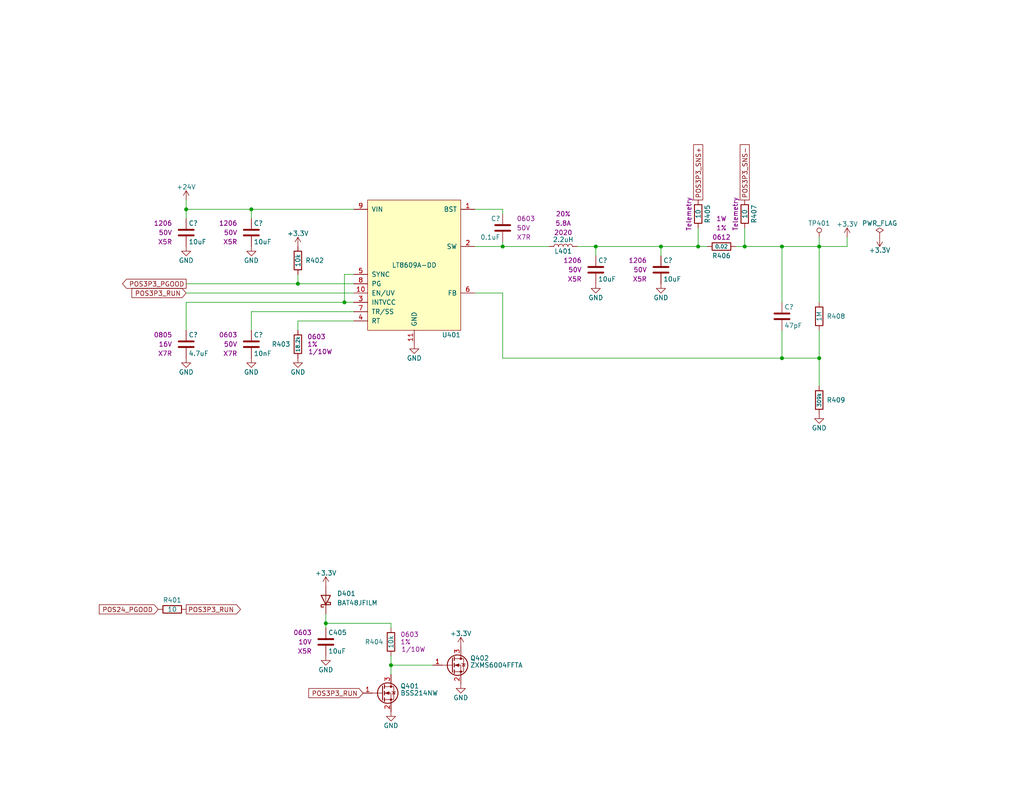
<source format=kicad_sch>
(kicad_sch (version 20230121) (generator eeschema)
  (paper "A")
  (title_block (title "Nixie Clock Redux Core Board") (date "2023-07-30") (rev "B") (company "Drew Maatman"))
  (lib_symbols
    (symbol "Custom Library:C_Custom" (pin_numbers hide) (pin_names (offset 0.254))
      (property "Reference" "C" (at 0.635 2.54 0))
      (property "Value" "C_Custom" (at 0.635 -2.54 0))
      (property "display_footprint" "Foot" (at -3.81 2.54 0))
      (property "Voltage" "V" (at -3.81 0 0))
      (property "Dielectric" "Er" (at -3.81 -2.54 0))
      (symbol "C_Custom_0_1"
        (polyline (pts (xy -2.032 -0.762) (xy 2.032 -0.762)) (stroke (width 0.508)))
        (polyline (pts (xy -2.032 0.762) (xy 2.032 0.762)) (stroke (width 0.508)))
      )
      (symbol "C_Custom_1_1"
        (pin passive line (at 0 3.81 270) (length 2.794) (name "~") (number "1"))
        (pin passive line (at 0 -3.81 90) (length 2.794) (name "~") (number "2"))
      )
    )
    (symbol "Custom Library:LT8609A-DD" (pin_names (offset 1.016))
      (property "Reference" "U" (at 12.7 -19.05 0))
      (property "Value" "LT8609A-DD" (at 0 0 0))
      (symbol "LT8609A-DD_0_1"
        (rectangle (start -12.7 17.78) (end 12.7 -17.78) (fill (type background)))
      )
      (symbol "LT8609A-DD_1_1"
        (pin passive line (at 16.51 15.24 180) (length 3.81) (name "BST") (number "1"))
        (pin passive line (at -16.51 -7.62 0) (length 3.81) (name "EN/UV") (number "10"))
        (pin power_in line (at 0 -21.59 90) (length 3.81) (name "GND") (number "11"))
        (pin passive line (at 16.51 5.08 180) (length 3.81) (name "SW") (number "2"))
        (pin passive line (at -16.51 -10.16 0) (length 3.81) (name "INTVCC") (number "3"))
        (pin passive line (at -16.51 -15.24 0) (length 3.81) (name "RT") (number "4"))
        (pin passive line (at -16.51 -2.54 0) (length 3.81) (name "SYNC") (number "5"))
        (pin passive line (at 16.51 -7.62 180) (length 3.81) (name "FB") (number "6"))
        (pin passive line (at -16.51 -12.7 0) (length 3.81) (name "TR/SS") (number "7"))
        (pin open_collector line (at -16.51 -5.08 0) (length 3.81) (name "PG") (number "8"))
        (pin power_in line (at -16.51 15.24 0) (length 3.81) (name "VIN") (number "9"))
      )
    )
    (symbol "Custom Library:L_Custom" (pin_numbers hide) (pin_names (offset 1.016) hide)
      (property "Reference" "L" (at -1.27 0 90))
      (property "Value" "L_Custom" (at 1.905 0 90))
      (property "display_footprint" "Foot" (at 3.81 0 90))
      (property "Ampacity" "A" (at 6.35 0 90))
      (property "Tolerance" "Tol" (at 8.89 0 90))
      (symbol "L_Custom_0_1"
        (arc (start 0 -2.54) (mid 0.6323 -1.905) (end 0 -1.27))
        (arc (start 0 -1.27) (mid 0.6323 -0.635) (end 0 0))
        (arc (start 0 0) (mid 0.6323 0.635) (end 0 1.27))
        (arc (start 0 1.27) (mid 0.6323 1.905) (end 0 2.54))
      )
      (symbol "L_Custom_1_1"
        (pin passive line (at 0 3.81 270) (length 1.27) (name "1") (number "1"))
        (pin passive line (at 0 -3.81 90) (length 1.27) (name "2") (number "2"))
      )
    )
    (symbol "Custom_Library:C_Custom" (pin_numbers hide) (pin_names (offset 0.254))
      (property "Reference" "C" (at 0.635 2.54 0))
      (property "Value" "Custom_Library_C_Custom" (at 0.635 -2.54 0))
      (property "display_footprint" "Foot" (at -3.81 2.54 0))
      (property "Voltage" "V" (at -3.81 0 0))
      (property "Dielectric" "Er" (at -3.81 -2.54 0))
      (symbol "C_Custom_0_1"
        (polyline (pts (xy -2.032 -0.762) (xy 2.032 -0.762)) (stroke (width 0.508)))
        (polyline (pts (xy -2.032 0.762) (xy 2.032 0.762)) (stroke (width 0.508)))
      )
      (symbol "C_Custom_1_1"
        (pin passive line (at 0 3.81 270) (length 2.794) (name "~") (number "1"))
        (pin passive line (at 0 -3.81 90) (length 2.794) (name "~") (number "2"))
      )
    )
    (symbol "Custom_Library:R_Custom" (pin_numbers hide) (pin_names (offset 1.016) hide)
      (property "Reference" "R" (at -2.54 0 90))
      (property "Value" "Custom_Library_R_Custom" (at 0 0 90))
      (property "display_footprint" "Foot" (at 2.54 0 90))
      (property "Tolerance" "Tol" (at 5.08 0 90))
      (property "Wattage" "W" (at 7.62 0 90))
      (symbol "R_Custom_0_1"
        (rectangle (start 1.016 2.54) (end -1.016 -2.54) (stroke (width 0.254)))
      )
      (symbol "R_Custom_1_1"
        (pin passive line (at 0 3.81 270) (length 1.27) (name "1") (number "1"))
        (pin passive line (at 0 -3.81 90) (length 1.27) (name "2") (number "2"))
      )
    )
    (symbol "Custom_Library:TP" (pin_numbers hide) (pin_names (offset 0) hide)
      (property "Reference" "TP" (at 0 3.81 0))
      (symbol "TP_0_1"
        (polyline (pts (xy 0 0) (xy 0 1.27)))
        (circle (center 0 1.905) (radius 0.635))
      )
      (symbol "TP_1_1"
        (pin passive line (at 0 0 90) (length 0) (name "TP") (number "1"))
      )
    )
    (symbol "Custom_Library:ZXMS6004FFTA" (pin_names hide)
      (property "Reference" "Q" (at 5.08 1.905 0))
      (property "Value" "Custom_Library_ZXMS6004FFTA" (at 5.08 0 0))
      (symbol "ZXMS6004FFTA_0_1"
        (polyline (pts (xy 0.254 0) (xy -2.54 0)))
        (polyline (pts (xy 0.254 1.905) (xy 0.254 -1.905)) (stroke (width 0.254)))
        (polyline (pts (xy 0.762 -1.27) (xy 0.762 -2.286)) (stroke (width 0.254)))
        (polyline (pts (xy 0.762 0.508) (xy 0.762 -0.508)) (stroke (width 0.254)))
        (polyline (pts (xy 0.762 2.286) (xy 0.762 1.27)) (stroke (width 0.254)))
        (polyline (pts (xy 2.54 2.54) (xy 2.54 1.778)))
        (polyline (pts (xy 2.54 -2.54) (xy 2.54 0) (xy 0.762 0)))
        (polyline (pts (xy 0.762 -1.778) (xy 3.302 -1.778) (xy 3.302 1.778) (xy 0.762 1.778)))
        (polyline (pts (xy 1.016 0) (xy 2.032 0.381) (xy 2.032 -0.381) (xy 1.016 0)) (fill (type outline)))
        (polyline (pts (xy 2.794 0.508) (xy 2.921 0.381) (xy 3.683 0.381) (xy 3.81 0.254)))
        (polyline (pts (xy 3.302 0.381) (xy 2.921 -0.254) (xy 3.683 -0.254) (xy 3.302 0.381)))
        (circle (center 1.651 0) (radius 2.794) (stroke (width 0.254)))
        (circle (center 2.54 -1.778) (radius 0.254) (fill (type outline)))
        (circle (center 2.54 1.778) (radius 0.254) (fill (type outline)))
      )
      (symbol "ZXMS6004FFTA_1_1"
        (pin input line (at -5.08 0 0) (length 2.54) (name "G") (number "1"))
        (pin passive line (at 2.54 -5.08 90) (length 2.54) (name "S") (number "2"))
        (pin passive line (at 2.54 5.08 270) (length 2.54) (name "D") (number "3"))
      )
    )
    (symbol "Diode:BAT48JFILM" (pin_numbers hide) (pin_names (offset 1.016) hide)
      (property "Reference" "D" (at 0 2.54 0))
      (property "Value" "BAT48JFILM" (at 0 -2.54 0))
      (symbol "BAT48JFILM_0_1"
        (polyline (pts (xy 1.27 0) (xy -1.27 0)))
        (polyline (pts (xy 1.27 1.27) (xy 1.27 -1.27) (xy -1.27 0) (xy 1.27 1.27)) (stroke (width 0.254)))
        (polyline (pts (xy -1.905 0.635) (xy -1.905 1.27) (xy -1.27 1.27) (xy -1.27 -1.27) (xy -0.635 -1.27) (xy -0.635 -0.635)) (stroke (width 0.254)))
      )
      (symbol "BAT48JFILM_1_1"
        (pin passive line (at -3.81 0 0) (length 2.54) (name "K") (number "1"))
        (pin passive line (at 3.81 0 180) (length 2.54) (name "A") (number "2"))
      )
    )
    (symbol "Nixie-Clock-rescue:GND" (power) (pin_names (offset 0))
      (property "Value" "GND" (at 0 -3.81 0))
      (symbol "GND_0_1"
        (polyline (pts (xy 0 0) (xy 0 -1.27) (xy 1.27 -1.27) (xy 0 -2.54) (xy -1.27 -1.27) (xy 0 -1.27)))
      )
      (symbol "GND_1_1"
        (pin power_in line (at 0 0 270) (length 0) hide (name "GND") (number "1"))
      )
    )
    (symbol "Transistor_FET:BSS214NW" (pin_names hide)
      (property "Reference" "Q" (at 5.08 1.905 0))
      (property "Value" "BSS214NW" (at 5.08 0 0))
      (symbol "BSS214NW_0_1"
        (polyline (pts (xy 0.254 0) (xy -2.54 0)))
        (polyline (pts (xy 0.254 1.905) (xy 0.254 -1.905)) (stroke (width 0.254)))
        (polyline (pts (xy 0.762 -1.27) (xy 0.762 -2.286)) (stroke (width 0.254)))
        (polyline (pts (xy 0.762 0.508) (xy 0.762 -0.508)) (stroke (width 0.254)))
        (polyline (pts (xy 0.762 2.286) (xy 0.762 1.27)) (stroke (width 0.254)))
        (polyline (pts (xy 2.54 2.54) (xy 2.54 1.778)))
        (polyline (pts (xy 2.54 -2.54) (xy 2.54 0) (xy 0.762 0)))
        (polyline (pts (xy 0.762 -1.778) (xy 3.302 -1.778) (xy 3.302 1.778) (xy 0.762 1.778)))
        (polyline (pts (xy 1.016 0) (xy 2.032 0.381) (xy 2.032 -0.381) (xy 1.016 0)) (fill (type outline)))
        (polyline (pts (xy 2.794 0.508) (xy 2.921 0.381) (xy 3.683 0.381) (xy 3.81 0.254)))
        (polyline (pts (xy 3.302 0.381) (xy 2.921 -0.254) (xy 3.683 -0.254) (xy 3.302 0.381)))
        (circle (center 1.651 0) (radius 2.794) (stroke (width 0.254)))
        (circle (center 2.54 -1.778) (radius 0.254) (fill (type outline)))
        (circle (center 2.54 1.778) (radius 0.254) (fill (type outline)))
      )
      (symbol "BSS214NW_1_1"
        (pin input line (at -5.08 0 0) (length 2.54) (name "G") (number "1"))
        (pin passive line (at 2.54 -5.08 90) (length 2.54) (name "S") (number "2"))
        (pin passive line (at 2.54 5.08 270) (length 2.54) (name "D") (number "3"))
      )
    )
    (symbol "power:+24V" (power) (pin_names (offset 0))
      (property "Value" "+24V" (at 0 3.556 0))
      (symbol "+24V_0_1"
        (polyline (pts (xy -0.762 1.27) (xy 0 2.54)))
        (polyline (pts (xy 0 0) (xy 0 2.54)))
        (polyline (pts (xy 0 2.54) (xy 0.762 1.27)))
      )
      (symbol "+24V_1_1"
        (pin power_in line (at 0 0 90) (length 0) hide (name "+24V") (number "1"))
      )
    )
    (symbol "power:+3.3V" (power) (pin_names (offset 0))
      (property "Value" "+3.3V" (at 0 3.556 0))
      (symbol "+3.3V_0_1"
        (polyline (pts (xy -0.762 1.27) (xy 0 2.54)))
        (polyline (pts (xy 0 0) (xy 0 2.54)))
        (polyline (pts (xy 0 2.54) (xy 0.762 1.27)))
      )
      (symbol "+3.3V_1_1"
        (pin power_in line (at 0 0 90) (length 0) hide (name "+3.3V") (number "1"))
      )
    )
    (symbol "power:GND" (power) (pin_names (offset 0))
      (property "Value" "GND" (at 0 -3.81 0))
      (symbol "GND_0_1"
        (polyline (pts (xy 0 0) (xy 0 -1.27) (xy 1.27 -1.27) (xy 0 -2.54) (xy -1.27 -1.27) (xy 0 -1.27)))
      )
      (symbol "GND_1_1"
        (pin power_in line (at 0 0 270) (length 0) hide (name "GND") (number "1"))
      )
    )
    (symbol "power:PWR_FLAG" (power) (pin_numbers hide) (pin_names (offset 0) hide)
      (property "Value" "PWR_FLAG" (at 0 3.81 0))
      (symbol "PWR_FLAG_0_0"
        (pin power_out line (at 0 0 90) (length 0) (name "pwr") (number "1"))
      )
      (symbol "PWR_FLAG_0_1"
        (polyline (pts (xy 0 0) (xy 0 1.27) (xy -1.016 1.905) (xy 0 2.54) (xy 1.016 1.905) (xy 0 1.27)))
      )
    )
  )
  (junction (at 68.58 57.15))
  (junction (at 203.2 67.31))
  (junction (at 162.56 67.31))
  (junction (at 223.52 97.79))
  (junction (at 88.9 170.18))
  (junction (at 190.5 67.31))
  (junction (at 213.36 67.31))
  (junction (at 213.36 97.79))
  (junction (at 137.16 67.31))
  (junction (at 93.98 82.55))
  (junction (at 106.68 181.61))
  (junction (at 180.34 67.31))
  (junction (at 81.28 77.47))
  (junction (at 223.52 67.31))
  (junction (at 50.8 57.15))
  (wire (pts (xy 118.11 181.61) (xy 106.68 181.61)))
  (wire (pts (xy 180.34 67.31) (xy 180.34 69.85)))
  (wire (pts (xy 129.54 67.31) (xy 137.16 67.31)))
  (wire (pts (xy 96.52 85.09) (xy 68.58 85.09)))
  (wire (pts (xy 68.58 57.15) (xy 50.8 57.15)))
  (wire (pts (xy 223.52 90.17) (xy 223.52 97.79)))
  (wire (pts (xy 162.56 67.31) (xy 162.56 69.85)))
  (wire (pts (xy 137.16 58.42) (xy 137.16 57.15)))
  (wire (pts (xy 50.8 57.15) (xy 50.8 59.69)))
  (wire (pts (xy 106.68 170.18) (xy 88.9 170.18)))
  (wire (pts (xy 106.68 181.61) (xy 106.68 184.15)))
  (wire (pts (xy 50.8 77.47) (xy 81.28 77.47)))
  (wire (pts (xy 96.52 74.93) (xy 93.98 74.93)))
  (wire (pts (xy 106.68 171.45) (xy 106.68 170.18)))
  (wire (pts (xy 96.52 87.63) (xy 81.28 87.63)))
  (wire (pts (xy 223.52 97.79) (xy 223.52 105.41)))
  (wire (pts (xy 190.5 62.23) (xy 190.5 67.31)))
  (wire (pts (xy 137.16 57.15) (xy 129.54 57.15)))
  (wire (pts (xy 137.16 80.01) (xy 129.54 80.01)))
  (wire (pts (xy 81.28 87.63) (xy 81.28 90.17)))
  (wire (pts (xy 180.34 67.31) (xy 190.5 67.31)))
  (wire (pts (xy 88.9 167.64) (xy 88.9 170.18)))
  (wire (pts (xy 203.2 67.31) (xy 213.36 67.31)))
  (wire (pts (xy 162.56 67.31) (xy 180.34 67.31)))
  (wire (pts (xy 68.58 57.15) (xy 96.52 57.15)))
  (wire (pts (xy 213.36 67.31) (xy 223.52 67.31)))
  (wire (pts (xy 137.16 67.31) (xy 149.86 67.31)))
  (wire (pts (xy 203.2 62.23) (xy 203.2 67.31)))
  (wire (pts (xy 213.36 67.31) (xy 213.36 82.55)))
  (wire (pts (xy 96.52 82.55) (xy 93.98 82.55)))
  (wire (pts (xy 137.16 97.79) (xy 137.16 80.01)))
  (wire (pts (xy 190.5 67.31) (xy 193.04 67.31)))
  (wire (pts (xy 93.98 82.55) (xy 50.8 82.55)))
  (wire (pts (xy 81.28 77.47) (xy 96.52 77.47)))
  (wire (pts (xy 50.8 80.01) (xy 96.52 80.01)))
  (wire (pts (xy 213.36 90.17) (xy 213.36 97.79)))
  (wire (pts (xy 81.28 74.93) (xy 81.28 77.47)))
  (wire (pts (xy 50.8 82.55) (xy 50.8 90.17)))
  (wire (pts (xy 223.52 67.31) (xy 223.52 82.55)))
  (wire (pts (xy 106.68 179.07) (xy 106.68 181.61)))
  (wire (pts (xy 50.8 54.61) (xy 50.8 57.15)))
  (wire (pts (xy 200.66 67.31) (xy 203.2 67.31)))
  (wire (pts (xy 68.58 57.15) (xy 68.58 59.69)))
  (wire (pts (xy 213.36 97.79) (xy 223.52 97.79)))
  (wire (pts (xy 93.98 74.93) (xy 93.98 82.55)))
  (wire (pts (xy 157.48 67.31) (xy 162.56 67.31)))
  (wire (pts (xy 137.16 97.79) (xy 213.36 97.79)))
  (wire (pts (xy 231.14 64.77) (xy 231.14 67.31)))
  (wire (pts (xy 88.9 170.18) (xy 88.9 171.45)))
  (wire (pts (xy 223.52 67.31) (xy 231.14 67.31)))
  (wire (pts (xy 68.58 85.09) (xy 68.58 90.17)))
  (wire (pts (xy 137.16 67.31) (xy 137.16 66.04)))
  (wire (pts (xy 223.52 64.77) (xy 223.52 67.31)))
  (global_label "POS3P3_RUN" (shape input) (at 50.8 80.01 180) (property "Intersheetrefs" "${INTERSHEET_REFS}" (at 35.4966 80.01 0) (effects (justify right))))
  (global_label "POS3P3_PGOOD" (shape output) (at 50.8 77.47 180) (property "Intersheetrefs" "${INTERSHEET_REFS}" (at 32.9566 77.47 0) (effects (justify right))))
  (global_label "POS24_PGOOD" (shape input) (at 43.18 166.37 180) (property "Intersheetrefs" "${INTERSHEET_REFS}" (at 26.6066 166.37 0) (effects (justify right))))
  (global_label "POS3P3_RUN" (shape input) (at 99.06 189.23 180) (property "Intersheetrefs" "${INTERSHEET_REFS}" (at 83.7566 189.23 0) (effects (justify right))))
  (global_label "POS3P3_SNS-" (shape passive) (at 203.2 54.61 90) (property "Intersheetrefs" "${INTERSHEET_REFS}" (at 203.2 39.027 90) (effects (justify left))))
  (global_label "POS3P3_RUN" (shape output) (at 50.8 166.37 0) (property "Intersheetrefs" "${INTERSHEET_REFS}" (at 66.1034 166.37 0) (effects (justify left))))
  (global_label "POS3P3_SNS+" (shape passive) (at 190.5 54.61 90) (property "Intersheetrefs" "${INTERSHEET_REFS}" (at 190.5 39.027 90) (effects (justify left))))
  (symbol (lib_id "Custom_Library:R_Custom") (at 106.68 175.26 0) (unit 1)
    (property "Reference" "R404" (at 104.648 175.26 0) (effects (justify right)))
    (property "Value" "10k" (at 106.68 175.26 90))
    (property "Footprint" "Resistors_SMD:R_0603" (effects hide))
    (property "display_footprint" "0603" (at 109.22 173.228 0) (effects (justify left)))
    (property "Tolerance" "1%" (at 109.22 175.26 0) (effects (justify left)))
    (property "Wattage" "1/10W" (at 109.474 177.292 0) (effects (justify left)))
    (property "Digi-Key PN" "541-10.0KHCT-ND" (effects hide))
    (instances (project "Nixie_Clock_Core" (path "" (reference "R404") (unit 1))) (project "LED_Panel_Controller" (path "" (reference "R?") (unit 1)) (path "" (reference "R?") (unit 1)) (path "" (reference "R?") (unit 1)) (path "" (reference "R?") (unit 1)) (path "" (reference "R?") (unit 1)) (path "" (reference "R?") (unit 1)) (path "" (reference "R?") (unit 1)) (path "" (reference "R?") (unit 1)) (path "" (reference "R?") (unit 1)) (path "" (reference "R?") (unit 1)) (path "" (reference "R?") (unit 1))))
  )
  (symbol (lib_id "Diode:BAT48JFILM") (at 88.9 163.83 90) (unit 1)
    (property "Reference" "D401" (at 91.948 162.052 90) (effects (justify right)))
    (property "Value" "BAT48JFILM" (at 91.948 164.592 90) (effects (justify right)))
    (property "Footprint" "Diode_SMD:D_SOD-323" (effects hide))
    (property "Datasheet" "www.st.com/resource/en/datasheet/bat48.pdf" (effects hide))
    (property "Digi-Key PN" "497-5711-1-ND" (effects hide))
    (instances (project "Nixie_Clock_Core" (path "" (reference "D401") (unit 1))) (project "LED_Panel_Controller" (path "" (reference "D?") (unit 1)) (path "" (reference "D?") (unit 1))))
  )
  (symbol (lib_id "Custom_Library:C_Custom") (at 88.9 175.26 0) (unit 1)
    (property "Reference" "C405" (at 89.535 172.72 0) (effects (justify left)))
    (property "Value" "10uF" (at 89.535 177.8 0) (effects (justify left)))
    (property "Footprint" "Capacitors_SMD:C_0603" (effects hide))
    (property "display_footprint" "0603" (at 85.09 172.72 0) (effects (justify right)))
    (property "Voltage" "10V" (at 85.09 175.26 0) (effects (justify right)))
    (property "Dielectric" "X5R" (at 85.09 177.8 0) (effects (justify right)))
    (property "Digi-Key PN" "1276-1871-1-ND" (effects hide))
    (instances (project "Nixie_Clock_Core" (path "" (reference "C405") (unit 1))) (project "LED_Panel_Controller" (path "" (reference "C?") (unit 1)) (path "" (reference "C?") (unit 1)) (path "" (reference "C?") (unit 1)) (path "" (reference "C?") (unit 1)) (path "" (reference "C?") (unit 1)) (path "" (reference "C?") (unit 1)) (path "" (reference "C?") (unit 1)) (path "" (reference "C?") (unit 1)) (path "" (reference "C?") (unit 1)) (path "" (reference "C?") (unit 1)) (path "" (reference "C?") (unit 1))))
  )
  (symbol (lib_id "power:+3.3V") (at 125.73 176.53 0) (unit 1)
    (property "Reference" "#PWR0414" (effects hide))
    (property "Value" "+3.3V" (at 125.73 172.974 0))
    (instances (project "Nixie_Clock_Core" (path "" (reference "#PWR0414") (unit 1))) (project "LED_Panel_Controller" (path "" (reference "#PWR?") (unit 1)) (path "" (reference "#PWR?") (unit 1))))
  )
  (symbol (lib_id "Custom Library:C_Custom") (at 162.56 73.66 0) (unit 1)
    (property "Reference" "C?" (at 163.195 71.12 0) (effects (justify left)))
    (property "Value" "10uF" (at 163.195 76.2 0) (effects (justify left)))
    (property "Footprint" "Capacitors_SMD:C_1206" (effects hide))
    (property "display_footprint" "1206" (at 158.75 71.12 0) (effects (justify right)))
    (property "Voltage" "50V" (at 158.75 73.66 0) (effects (justify right)))
    (property "Dielectric" "X5R" (at 158.75 76.2 0) (effects (justify right)))
    (property "Digi-Key PN" "1276-6767-1-ND" (effects hide))
    (instances (project "Nixie_Clock_Core" (path "" (reference "C?") (unit 1)) (path "" (reference "C407") (unit 1))))
  )
  (symbol (lib_id "power:GND") (at 68.58 97.79 0) (unit 1)
    (property "Reference" "#PWR0403" (effects hide))
    (property "Value" "GND" (at 68.58 101.6 0))
  )
  (symbol (lib_id "Custom Library:L_Custom") (at 153.67 67.31 90) (unit 1)
    (property "Reference" "L401" (at 153.67 68.58 90))
    (property "Value" "2.2uH" (at 153.67 65.405 90))
    (property "Footprint" "Inductor_SMD:L_Vishay_IHLP-2020" (effects hide))
    (property "display_footprint" "2020" (at 153.67 63.5 90))
    (property "Ampacity" "5.8A" (at 153.67 60.96 90))
    (property "Tolerance" "20%" (at 153.67 58.42 90))
    (property "Digi-Key PN" "541-1268-1-ND" (effects hide))
  )
  (symbol (lib_id "power:GND") (at 125.73 186.69 0) (unit 1)
    (property "Reference" "#PWR0415" (effects hide))
    (property "Value" "GND" (at 125.73 190.5 0))
    (instances (project "Nixie_Clock_Core" (path "" (reference "#PWR0415") (unit 1))) (project "LED_Panel_Controller" (path "" (reference "#PWR?") (unit 1)) (path "" (reference "#PWR?") (unit 1))))
  )
  (symbol (lib_id "Custom_Library:R_Custom") (at 223.52 86.36 0) (mirror y) (unit 1)
    (property "Reference" "R408" (at 225.552 86.36 0) (effects (justify right)))
    (property "Value" "1M" (at 223.52 86.36 90))
    (property "Footprint" "Resistors_SMD:R_0603" (effects hide))
    (property "display_footprint" "0603" (effects hide))
    (property "Tolerance" "1%" (effects hide))
    (property "Wattage" "1/10W" (effects hide))
    (property "Digi-Key PN" "541-1.00MHCT-ND" (effects hide))
    (instances (project "Nixie_Clock_Core" (path "" (reference "R408") (unit 1))) (project "LED_Panel_Controller" (path "" (reference "R?") (unit 1)) (path "" (reference "R?") (unit 1)) (path "" (reference "R?") (unit 1)) (path "" (reference "R?") (unit 1)) (path "" (reference "R?") (unit 1)) (path "" (reference "R?") (unit 1)) (path "" (reference "R?") (unit 1)) (path "" (reference "R?") (unit 1)) (path "" (reference "R?") (unit 1)) (path "" (reference "R?") (unit 1)) (path "" (reference "R?") (unit 1))))
  )
  (symbol (lib_id "Custom_Library:R_Custom") (at 190.5 58.42 0) (mirror y) (unit 1)
    (property "Reference" "R405" (at 193.04 58.42 90))
    (property "Value" "10" (at 190.5 58.42 90))
    (property "Footprint" "Resistors_SMD:R_0603" (effects hide))
    (property "display_footprint" "0603" (effects hide))
    (property "Tolerance" "1%" (effects hide))
    (property "Wattage" "1/10W" (effects hide))
    (property "Digi-Key PN" "541-10.0HCT-ND" (effects hide))
    (property "Configuration" "Telemetry" (at 187.96 58.42 90))
    (instances (project "Nixie_Clock_Core" (path "" (reference "R405") (unit 1))) (project "LED_Panel_Controller" (path "" (reference "R?") (unit 1)) (path "" (reference "R?") (unit 1)) (path "" (reference "R?") (unit 1)) (path "" (reference "R?") (unit 1)) (path "" (reference "R?") (unit 1)) (path "" (reference "R?") (unit 1))))
  )
  (symbol (lib_id "Nixie-Clock-rescue:GND") (at 68.58 67.31 0) (unit 1)
    (property "Reference" "#PWR?" (effects hide))
    (property "Value" "GND" (at 68.58 71.12 0))
    (instances (project "Nixie_Clock_Core" (path "" (reference "#PWR?") (unit 1)) (path "" (reference "#PWR0405") (unit 1))) (project "Nixie Clock" (path "" (reference "#PWR?") (unit 1))))
  )
  (symbol (lib_id "Custom_Library:C_Custom") (at 68.58 93.98 0) (unit 1)
    (property "Reference" "C?" (at 69.215 91.44 0) (effects (justify left)))
    (property "Value" "10nF" (at 69.215 96.52 0) (effects (justify left)))
    (property "Footprint" "Capacitors_SMD:C_0603" (effects hide))
    (property "display_footprint" "0603" (at 64.77 91.44 0) (effects (justify right)))
    (property "Voltage" "50V" (at 64.77 93.98 0) (effects (justify right)))
    (property "Dielectric" "X7R" (at 64.77 96.52 0) (effects (justify right)))
    (property "Digi-Key PN" "1276-1009-1-ND" (effects hide))
    (instances (project "Nixie_Clock_Core" (path "" (reference "C?") (unit 1)) (path "" (reference "C?") (unit 1)) (path "" (reference "C404") (unit 1))) (project "LED_Panel_Controller" (path "" (reference "C?") (unit 1)) (path "" (reference "C?") (unit 1)) (path "" (reference "C?") (unit 1)) (path "" (reference "C?") (unit 1)) (path "" (reference "C?") (unit 1)) (path "" (reference "C?") (unit 1)) (path "" (reference "C?") (unit 1)) (path "" (reference "C?") (unit 1)) (path "" (reference "C?") (unit 1))))
  )
  (symbol (lib_id "Custom_Library:R_Custom") (at 81.28 93.98 0) (unit 1)
    (property "Reference" "R403" (at 79.248 93.98 0) (effects (justify right)))
    (property "Value" "18.2k" (at 81.28 93.98 90) (effects (font (size 1.016 1.016))))
    (property "Footprint" "Resistors_SMD:R_0603" (effects hide))
    (property "display_footprint" "0603" (at 83.82 91.948 0) (effects (justify left)))
    (property "Tolerance" "1%" (at 83.82 93.98 0) (effects (justify left)))
    (property "Wattage" "1/10W" (at 84.074 96.012 0) (effects (justify left)))
    (property "Digi-Key PN" "541-18.2KHCT-ND" (effects hide))
    (instances (project "Nixie_Clock_Core" (path "" (reference "R403") (unit 1))) (project "LED_Panel_Controller" (path "" (reference "R?") (unit 1)) (path "" (reference "R?") (unit 1)) (path "" (reference "R?") (unit 1)) (path "" (reference "R?") (unit 1)) (path "" (reference "R?") (unit 1)) (path "" (reference "R?") (unit 1)) (path "" (reference "R?") (unit 1)) (path "" (reference "R?") (unit 1)) (path "" (reference "R?") (unit 1)) (path "" (reference "R?") (unit 1)) (path "" (reference "R?") (unit 1))))
  )
  (symbol (lib_id "Transistor_FET:BSS214NW") (at 104.14 189.23 0) (unit 1)
    (property "Reference" "Q401" (at 109.22 187.325 0) (effects (justify left)))
    (property "Value" "BSS214NW" (at 109.22 189.23 0) (effects (justify left)))
    (property "Footprint" "Package_TO_SOT_SMD:SOT-323_SC-70" (effects hide))
    (property "Datasheet" "https://www.infineon.com/dgdl/Infineon-BSS214NW-DS-v02_02-en.pdf?fileId=db3a30431b3e89eb011b695aebc01bde" (effects hide))
    (property "Digi-Key PN" "BSS214NWH6327XTSA1CT-ND" (effects hide))
    (instances (project "Nixie_Clock_Core" (path "" (reference "Q401") (unit 1))) (project "LED_Panel_Controller" (path "" (reference "Q?") (unit 1)) (path "" (reference "Q?") (unit 1))))
  )
  (symbol (lib_id "power:GND") (at 88.9 179.07 0) (unit 1)
    (property "Reference" "#PWR0412" (effects hide))
    (property "Value" "GND" (at 88.9 182.88 0))
    (instances (project "Nixie_Clock_Core" (path "" (reference "#PWR0412") (unit 1))) (project "LED_Panel_Controller" (path "" (reference "#PWR?") (unit 1)) (path "" (reference "#PWR?") (unit 1))))
  )
  (symbol (lib_id "power:+3.3V") (at 88.9 160.02 0) (unit 1)
    (property "Reference" "#PWR0411" (effects hide))
    (property "Value" "+3.3V" (at 88.9 156.464 0))
    (instances (project "Nixie_Clock_Core" (path "" (reference "#PWR0411") (unit 1))) (project "LED_Panel_Controller" (path "" (reference "#PWR?") (unit 1)) (path "" (reference "#PWR?") (unit 1))))
  )
  (symbol (lib_id "power:GND") (at 106.68 194.31 0) (unit 1)
    (property "Reference" "#PWR0413" (effects hide))
    (property "Value" "GND" (at 106.68 198.12 0))
    (instances (project "Nixie_Clock_Core" (path "" (reference "#PWR0413") (unit 1))) (project "LED_Panel_Controller" (path "" (reference "#PWR?") (unit 1)) (path "" (reference "#PWR?") (unit 1))))
  )
  (symbol (lib_id "Custom_Library:C_Custom") (at 50.8 93.98 0) (unit 1)
    (property "Reference" "C?" (at 51.435 91.44 0) (effects (justify left)))
    (property "Value" "4.7uF" (at 51.435 96.52 0) (effects (justify left)))
    (property "Footprint" "Capacitors_SMD:C_0805" (effects hide))
    (property "display_footprint" "0805" (at 46.99 91.44 0) (effects (justify right)))
    (property "Voltage" "16V" (at 46.99 93.98 0) (effects (justify right)))
    (property "Dielectric" "X7R" (at 46.99 96.52 0) (effects (justify right)))
    (property "Digi-Key PN" "1276-2970-1-ND" (effects hide))
    (instances (project "VFD_Clock" (path "" (reference "C?") (unit 1)) (path "" (reference "C?") (unit 1)) (path "" (reference "C?") (unit 1))) (project "Nixie_Clock_Core" (path "" (reference "C?") (unit 1)) (path "" (reference "C402") (unit 1))))
  )
  (symbol (lib_id "power:+3.3V") (at 231.14 64.77 0) (unit 1)
    (property "Reference" "#PWR0417" (effects hide))
    (property "Value" "+3.3V" (at 231.14 61.214 0))
    (instances (project "Nixie_Clock_Core" (path "" (reference "#PWR0417") (unit 1))) (project "LED_Panel_Controller" (path "" (reference "#PWR?") (unit 1)) (path "" (reference "#PWR?") (unit 1)) (path "" (reference "#PWR?") (unit 1)) (path "" (reference "#PWR?") (unit 1)) (path "" (reference "#PWR?") (unit 1))))
  )
  (symbol (lib_id "Custom_Library:R_Custom") (at 196.85 67.31 90) (unit 1)
    (property "Reference" "R406" (at 196.85 69.85 90))
    (property "Value" "0.02" (at 196.85 67.31 90) (effects (font (size 1.016 1.016))))
    (property "Footprint" "Resistors_SMD:R_0612" (effects hide))
    (property "Digi-Key PN" "P16010CT-ND" (effects hide))
    (property "display_footprint" "0612" (at 196.85 64.77 90))
    (property "Tolerance" "1%" (at 196.85 62.23 90))
    (property "Wattage" "1W" (at 196.85 59.69 90))
    (instances (project "Nixie_Clock_Core" (path "" (reference "R406") (unit 1))) (project "LED_Panel_Controller" (path "" (reference "R?") (unit 1)) (path "" (reference "R?") (unit 1)) (path "" (reference "R?") (unit 1)) (path "" (reference "R?") (unit 1)) (path "" (reference "R?") (unit 1)) (path "" (reference "R?") (unit 1))))
  )
  (symbol (lib_id "Custom_Library:C_Custom") (at 213.36 86.36 0) (unit 1)
    (property "Reference" "C?" (at 213.995 83.82 0) (effects (justify left)))
    (property "Value" "47pF" (at 213.995 88.9 0) (effects (justify left)))
    (property "Footprint" "Capacitors_SMD:C_0603" (effects hide))
    (property "display_footprint" "0603" (effects hide))
    (property "Voltage" "50V" (effects hide))
    (property "Dielectric" "NP0" (effects hide))
    (property "Digi-Key PN" "13-CC0603JPNPO9BN470CT-ND" (effects hide))
    (instances (project "Analog_Clock" (path "" (reference "C?") (unit 1))) (project "Nixie_Clock_Core" (path "" (reference "C?") (unit 1)) (path "" (reference "C409") (unit 1))))
  )
  (symbol (lib_id "power:+3.3V") (at 240.03 64.77 180) (unit 1)
    (property "Reference" "#PWR0418" (effects hide))
    (property "Value" "+3.3V" (at 240.03 68.326 0))
    (instances (project "Nixie_Clock_Core" (path "" (reference "#PWR0418") (unit 1))) (project "LED_Panel_Controller" (path "" (reference "#PWR?") (unit 1)) (path "" (reference "#PWR?") (unit 1)) (path "" (reference "#PWR?") (unit 1)) (path "" (reference "#PWR?") (unit 1)) (path "" (reference "#PWR?") (unit 1))))
  )
  (symbol (lib_id "Custom_Library:C_Custom") (at 137.16 62.23 0) (mirror y) (unit 1)
    (property "Reference" "C?" (at 136.525 59.69 0) (effects (justify left)))
    (property "Value" "0.1uF" (at 136.525 64.77 0) (effects (justify left)))
    (property "Footprint" "Capacitors_SMD:C_0603" (effects hide))
    (property "Digi-Key PN" "1276-1935-1-ND" (effects hide))
    (property "display_footprint" "0603" (at 140.97 59.69 0) (effects (justify right)))
    (property "Voltage" "50V" (at 140.97 62.23 0) (effects (justify right)))
    (property "Dielectric" "X7R" (at 140.97 64.77 0) (effects (justify right)))
    (instances (project "Analog_Clock" (path "" (reference "C?") (unit 1)) (path "" (reference "C?") (unit 1)) (path "" (reference "C?") (unit 1)) (path "" (reference "C?") (unit 1)) (path "" (reference "C?") (unit 1))) (project "Nixie_Clock_Core" (path "" (reference "C?") (unit 1)) (path "" (reference "C?") (unit 1)) (path "" (reference "C406") (unit 1))))
  )
  (symbol (lib_id "Custom Library:LT8609A-DD") (at 113.03 72.39 0) (unit 1)
    (property "Reference" "U401" (at 125.73 91.44 0) (effects (justify right)))
    (property "Value" "LT8609A-DD" (at 113.03 72.39 0))
    (property "Footprint" "Housings_DFN_QFN:DFN-10-1EP_3x3mm_Pitch0.5mm" (effects hide))
    (property "Digi-Key PN" "505-LT8609AEDDM#TRPBFCT-ND" (effects hide))
  )
  (symbol (lib_id "Custom Library:C_Custom") (at 68.58 63.5 0) (unit 1)
    (property "Reference" "C?" (at 69.215 60.96 0) (effects (justify left)))
    (property "Value" "10uF" (at 69.215 66.04 0) (effects (justify left)))
    (property "Footprint" "Capacitors_SMD:C_1206" (effects hide))
    (property "display_footprint" "1206" (at 64.77 60.96 0) (effects (justify right)))
    (property "Voltage" "50V" (at 64.77 63.5 0) (effects (justify right)))
    (property "Dielectric" "X5R" (at 64.77 66.04 0) (effects (justify right)))
    (property "Digi-Key PN" "1276-6767-1-ND" (effects hide))
    (instances (project "Nixie_Clock_Core" (path "" (reference "C?") (unit 1)) (path "" (reference "C403") (unit 1))))
  )
  (symbol (lib_id "Nixie-Clock-rescue:GND") (at 180.34 77.47 0) (unit 1)
    (property "Reference" "#PWR?" (effects hide))
    (property "Value" "GND" (at 180.34 81.28 0))
    (instances (project "Nixie_Clock_Core" (path "" (reference "#PWR?") (unit 1)) (path "" (reference "#PWR0410") (unit 1))) (project "Nixie Clock" (path "" (reference "#PWR?") (unit 1))))
  )
  (symbol (lib_id "Custom_Library:R_Custom") (at 81.28 71.12 0) (mirror y) (unit 1)
    (property "Reference" "R402" (at 83.312 71.12 0) (effects (justify right)))
    (property "Value" "10k" (at 81.28 71.12 90))
    (property "Footprint" "Resistors_SMD:R_0603" (effects hide))
    (property "display_footprint" "0603" (effects hide))
    (property "Tolerance" "1%" (effects hide))
    (property "Wattage" "1/10W" (effects hide))
    (property "Digi-Key PN" "541-10.0KHCT-ND" (effects hide))
    (instances (project "Nixie_Clock_Core" (path "" (reference "R402") (unit 1))) (project "LED_Panel_Controller" (path "" (reference "R?") (unit 1)) (path "" (reference "R?") (unit 1)) (path "" (reference "R?") (unit 1)) (path "" (reference "R?") (unit 1)) (path "" (reference "R?") (unit 1)) (path "" (reference "R?") (unit 1)) (path "" (reference "R?") (unit 1)) (path "" (reference "R?") (unit 1)) (path "" (reference "R?") (unit 1)) (path "" (reference "R?") (unit 1)) (path "" (reference "R?") (unit 1))))
  )
  (symbol (lib_id "power:GND") (at 81.28 97.79 0) (unit 1)
    (property "Reference" "#PWR0401" (effects hide))
    (property "Value" "GND" (at 81.28 101.6 0))
  )
  (symbol (lib_id "Nixie-Clock-rescue:GND") (at 162.56 77.47 0) (unit 1)
    (property "Reference" "#PWR?" (effects hide))
    (property "Value" "GND" (at 162.56 81.28 0))
    (instances (project "Nixie_Clock_Core" (path "" (reference "#PWR?") (unit 1)) (path "" (reference "#PWR0409") (unit 1))) (project "Nixie Clock" (path "" (reference "#PWR?") (unit 1))))
  )
  (symbol (lib_id "Custom_Library:TP") (at 223.52 64.77 0) (unit 1)
    (property "Reference" "TP401" (at 223.52 60.96 0))
    (property "Value" "TP" (effects hide))
    (property "Footprint" "Custom Footprints Library:Test_Point" (effects hide))
    (instances (project "Nixie_Clock_Core" (path "" (reference "TP401") (unit 1))) (project "LED_Panel_Controller" (path "" (reference "TP?") (unit 1)) (path "" (reference "TP?") (unit 1)) (path "" (reference "TP?") (unit 1)) (path "" (reference "TP?") (unit 1)) (path "" (reference "TP?") (unit 1)) (path "" (reference "TP?") (unit 1)) (path "" (reference "TP?") (unit 1)) (path "" (reference "TP?") (unit 1)) (path "" (reference "TP?") (unit 1))))
  )
  (symbol (lib_id "power:GND") (at 50.8 97.79 0) (unit 1)
    (property "Reference" "#PWR0404" (effects hide))
    (property "Value" "GND" (at 50.8 101.6 0))
  )
  (symbol (lib_id "Custom_Library:R_Custom") (at 46.99 166.37 90) (mirror x) (unit 1)
    (property "Reference" "R401" (at 46.99 163.83 90))
    (property "Value" "10" (at 46.99 166.37 90))
    (property "Footprint" "Resistors_SMD:R_0603" (effects hide))
    (property "display_footprint" "0603" (effects hide))
    (property "Tolerance" "1%" (effects hide))
    (property "Wattage" "1/10W" (effects hide))
    (property "Digi-Key PN" "541-10.0HCT-ND" (effects hide))
    (instances (project "Nixie_Clock_Core" (path "" (reference "R401") (unit 1))) (project "LED_Panel_Controller" (path "" (reference "R?") (unit 1)) (path "" (reference "R?") (unit 1)) (path "" (reference "R?") (unit 1)) (path "" (reference "R?") (unit 1))))
  )
  (symbol (lib_id "Custom_Library:R_Custom") (at 223.52 109.22 0) (mirror y) (unit 1)
    (property "Reference" "R409" (at 225.552 109.22 0) (effects (justify right)))
    (property "Value" "309k" (at 223.52 109.22 90) (effects (font (size 1.016 1.016))))
    (property "Footprint" "Resistors_SMD:R_0603" (effects hide))
    (property "display_footprint" "0603" (effects hide))
    (property "Tolerance" "1%" (effects hide))
    (property "Wattage" "1/10W" (effects hide))
    (property "Digi-Key PN" "541-309KHCT-ND" (effects hide))
    (instances (project "Nixie_Clock_Core" (path "" (reference "R409") (unit 1))) (project "LED_Panel_Controller" (path "" (reference "R?") (unit 1)) (path "" (reference "R?") (unit 1)) (path "" (reference "R?") (unit 1)) (path "" (reference "R?") (unit 1)) (path "" (reference "R?") (unit 1)) (path "" (reference "R?") (unit 1)) (path "" (reference "R?") (unit 1)) (path "" (reference "R?") (unit 1)) (path "" (reference "R?") (unit 1)) (path "" (reference "R?") (unit 1)) (path "" (reference "R?") (unit 1))))
  )
  (symbol (lib_id "Custom Library:C_Custom") (at 50.8 63.5 0) (unit 1)
    (property "Reference" "C?" (at 51.435 60.96 0) (effects (justify left)))
    (property "Value" "10uF" (at 51.435 66.04 0) (effects (justify left)))
    (property "Footprint" "Capacitors_SMD:C_1206" (effects hide))
    (property "display_footprint" "1206" (at 46.99 60.96 0) (effects (justify right)))
    (property "Voltage" "50V" (at 46.99 63.5 0) (effects (justify right)))
    (property "Dielectric" "X5R" (at 46.99 66.04 0) (effects (justify right)))
    (property "Digi-Key PN" "1276-6767-1-ND" (effects hide))
    (instances (project "Nixie_Clock_Core" (path "" (reference "C?") (unit 1)) (path "" (reference "C401") (unit 1))))
  )
  (symbol (lib_id "power:+3.3V") (at 81.28 67.31 0) (unit 1)
    (property "Reference" "#PWR0408" (effects hide))
    (property "Value" "+3.3V" (at 81.28 63.754 0))
    (instances (project "Nixie_Clock_Core" (path "" (reference "#PWR0408") (unit 1))) (project "LED_Panel_Controller" (path "" (reference "#PWR?") (unit 1)) (path "" (reference "#PWR?") (unit 1))))
  )
  (symbol (lib_id "power:PWR_FLAG") (at 240.03 64.77 0) (unit 1)
    (property "Reference" "#FLG0401" (effects hide))
    (property "Value" "PWR_FLAG" (at 240.03 60.96 0))
    (instances (project "Nixie_Clock_Core" (path "" (reference "#FLG0401") (unit 1))) (project "LED_Panel_Controller" (path "" (reference "#FLG?") (unit 1))))
  )
  (symbol (lib_id "Custom_Library:ZXMS6004FFTA") (at 123.19 181.61 0) (unit 1)
    (property "Reference" "Q402" (at 128.27 179.705 0) (effects (justify left)))
    (property "Value" "ZXMS6004FFTA" (at 128.27 181.61 0) (effects (justify left)))
    (property "Footprint" "Package_TO_SOT_SMD:SOT-23" (effects hide))
    (property "Datasheet" "https://www.diodes.com/assets/Datasheets/ZXMS6004FF.pdf" (effects hide))
    (property "Digi-Key PN" "ZXMS6004FFCT-ND" (effects hide))
    (instances (project "Nixie_Clock_Core" (path "" (reference "Q402") (unit 1))) (project "LED_Panel_Controller" (path "" (reference "Q?") (unit 1)) (path "" (reference "Q?") (unit 1))))
  )
  (symbol (lib_id "Custom_Library:R_Custom") (at 203.2 58.42 0) (mirror y) (unit 1)
    (property "Reference" "R407" (at 205.74 58.42 90))
    (property "Value" "10" (at 203.2 58.42 90))
    (property "Footprint" "Resistors_SMD:R_0603" (effects hide))
    (property "display_footprint" "0603" (effects hide))
    (property "Tolerance" "1%" (effects hide))
    (property "Wattage" "1/10W" (effects hide))
    (property "Digi-Key PN" "541-10.0HCT-ND" (effects hide))
    (property "Configuration" "Telemetry" (at 200.66 58.42 90))
    (instances (project "Nixie_Clock_Core" (path "" (reference "R407") (unit 1))) (project "LED_Panel_Controller" (path "" (reference "R?") (unit 1)) (path "" (reference "R?") (unit 1)) (path "" (reference "R?") (unit 1)) (path "" (reference "R?") (unit 1)) (path "" (reference "R?") (unit 1)) (path "" (reference "R?") (unit 1))))
  )
  (symbol (lib_id "power:GND") (at 113.03 93.98 0) (unit 1)
    (property "Reference" "#PWR0402" (effects hide))
    (property "Value" "GND" (at 113.03 97.79 0))
  )
  (symbol (lib_id "power:+24V") (at 50.8 54.61 0) (unit 1)
    (property "Reference" "#PWR0407" (effects hide))
    (property "Value" "+24V" (at 50.8 51.054 0))
  )
  (symbol (lib_id "power:GND") (at 223.52 113.03 0) (unit 1)
    (property "Reference" "#PWR0416" (effects hide))
    (property "Value" "GND" (at 223.52 116.84 0))
    (instances (project "Nixie_Clock_Core" (path "" (reference "#PWR0416") (unit 1))) (project "LED_Panel_Controller" (path "" (reference "#PWR?") (unit 1)) (path "" (reference "#PWR?") (unit 1)) (path "" (reference "#PWR?") (unit 1)) (path "" (reference "#PWR?") (unit 1)) (path "" (reference "#PWR?") (unit 1))))
  )
  (symbol (lib_id "Nixie-Clock-rescue:GND") (at 50.8 67.31 0) (unit 1)
    (property "Reference" "#PWR?" (effects hide))
    (property "Value" "GND" (at 50.8 71.12 0))
    (instances (project "Nixie_Clock_Core" (path "" (reference "#PWR?") (unit 1)) (path "" (reference "#PWR0406") (unit 1))) (project "Nixie Clock" (path "" (reference "#PWR?") (unit 1))))
  )
  (symbol (lib_id "Custom Library:C_Custom") (at 180.34 73.66 0) (unit 1)
    (property "Reference" "C?" (at 180.975 71.12 0) (effects (justify left)))
    (property "Value" "10uF" (at 180.975 76.2 0) (effects (justify left)))
    (property "Footprint" "Capacitors_SMD:C_1206" (effects hide))
    (property "display_footprint" "1206" (at 176.53 71.12 0) (effects (justify right)))
    (property "Voltage" "50V" (at 176.53 73.66 0) (effects (justify right)))
    (property "Dielectric" "X5R" (at 176.53 76.2 0) (effects (justify right)))
    (property "Digi-Key PN" "1276-6767-1-ND" (effects hide))
    (instances (project "Nixie_Clock_Core" (path "" (reference "C?") (unit 1)) (path "" (reference "C408") (unit 1))))
  )
)
</source>
